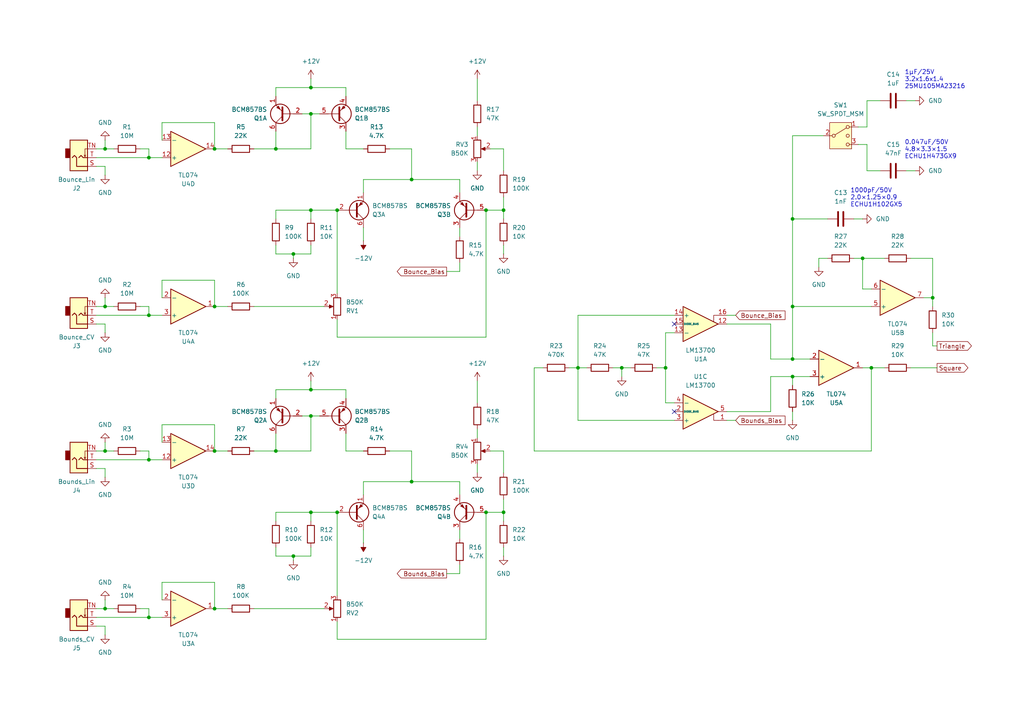
<source format=kicad_sch>
(kicad_sch (version 20250114) (generator "eeschema") (generator_version "9.0")
  (paper "A4")
  (lib_symbols
    (symbol "Amplifier_Operational:LM13700" (pin_names (offset 0.127))
      (property "Reference" "U" (at 3.81 5.08 0))
      (property "Value" "LM13700" (at 5.08 -5.08 0))
      (symbol "LM13700_1_1"
        (polyline (pts (xy 3.81 -0.635) (xy 3.81 -2.54) (xy 5.08 -2.54)))
        (polyline (pts (xy 5.08 0) (xy -5.08 -5.08) (xy -5.08 5.08) (xy 5.08 0)) (stroke (width 0.254)) (fill (type background)))
        (pin input line (at -7.62 2.54 0) (length 2.54) (name "-") (number "13"))
        (pin input line (at -7.62 0 0) (length 2.54) (name "DIODE_BIAS") (number "15"))
        (pin input line (at -7.62 -2.54 0) (length 2.54) (name "+") (number "14"))
        (pin output line (at 7.62 0 180) (length 2.54) (name "~") (number "12"))
        (pin input line (at 7.62 -2.54 180) (length 2.54) (name "~") (number "16"))
      )
      (symbol "LM13700_2_0"
        (polyline (pts (xy -1.905 2.54) (xy -3.175 2.54)))
      )
      (symbol "LM13700_2_1"
        (polyline (pts (xy -3.81 1.27) (xy -3.81 -1.27)))
        (polyline (pts (xy -3.81 0.635) (xy -2.54 1.27) (xy -2.54 1.905) (xy -2.54 2.54)))
        (polyline (pts (xy -3.81 -0.635) (xy -2.54 -1.27)))
        (circle (center -2.54 1.905) (radius 0.254) (stroke (width 0.254)) (fill (type outline)))
        (polyline (pts (xy -2.54 0) (xy -2.54 -2.54)))
        (polyline (pts (xy -2.54 -0.635) (xy -1.27 0) (xy -1.27 1.905) (xy -2.54 1.905)))
        (polyline (pts (xy -2.54 -1.27) (xy -3.175 -0.635) (xy -3.175 -1.27) (xy -2.54 -1.27)) (fill (type outline)))
        (polyline (pts (xy -2.54 -1.905) (xy -1.27 -2.54)))
        (polyline (pts (xy -1.27 -2.54) (xy -1.905 -1.905) (xy -1.905 -2.54) (xy -1.27 -2.54)) (fill (type outline)))
        (text "V+" (at -2.54 3.81 0) (effects (font (size 1.27 1.27))))
        (pin input line (at -7.62 0 0) (length 3.81) (name "~") (number "10"))
        (pin output line (at 2.54 -2.54 180) (length 3.81) (name "~") (number "9"))
      )
      (symbol "LM13700_3_1"
        (polyline (pts (xy 3.81 -0.635) (xy 3.81 -2.54) (xy 5.08 -2.54)))
        (polyline (pts (xy 5.08 0) (xy -5.08 -5.08) (xy -5.08 5.08) (xy 5.08 0)) (stroke (width 0.254)) (fill (type background)))
        (pin input line (at -7.62 2.54 0) (length 2.54) (name "-") (number "4"))
        (pin input line (at -7.62 0 0) (length 2.54) (name "DIODE_BIAS") (number "2"))
        (pin input line (at -7.62 -2.54 0) (length 2.54) (name "+") (number "3"))
        (pin output line (at 7.62 0 180) (length 2.54) (name "~") (number "5"))
        (pin input line (at 7.62 -2.54 180) (length 2.54) (name "~") (number "1"))
      )
      (symbol "LM13700_4_0"
        (polyline (pts (xy -3.175 2.54) (xy -1.905 2.54)))
        (text "V+" (at -2.54 3.81 0) (effects (font (size 1.27 1.27))))
      )
      (symbol "LM13700_4_1"
        (polyline (pts (xy -3.81 1.27) (xy -3.81 -1.27)))
        (polyline (pts (xy -3.81 0.635) (xy -2.54 1.27) (xy -2.54 2.54)))
        (polyline (pts (xy -3.81 -0.635) (xy -2.54 -1.27)))
        (circle (center -2.54 1.905) (radius 0.254) (stroke (width 0.254)) (fill (type outline)))
        (polyline (pts (xy -2.54 0) (xy -2.54 -2.54)))
        (polyline (pts (xy -2.54 -0.635) (xy -1.27 0) (xy -1.27 1.905) (xy -2.54 1.905)))
        (polyline (pts (xy -2.54 -1.27) (xy -3.175 -0.635) (xy -3.175 -1.27) (xy -2.54 -1.27)) (fill (type outline)))
        (polyline (pts (xy -2.54 -1.905) (xy -1.27 -2.54)))
        (polyline (pts (xy -1.27 -2.54) (xy -1.905 -1.905) (xy -1.905 -2.54) (xy -1.27 -2.54)) (fill (type outline)))
        (pin input line (at -7.62 0 0) (length 3.81) (name "~") (number "7"))
        (pin output line (at 2.54 -2.54 180) (length 3.81) (name "~") (number "8"))
      )
      (symbol "LM13700_5_1"
        (pin power_in line (at -2.54 7.62 270) (length 3.81) (name "V+") (number "11"))
        (pin power_in line (at -2.54 -7.62 90) (length 3.81) (name "V-") (number "6"))
      )
    )
    (symbol "Amplifier_Operational:TL074" (pin_names (offset 0.127))
      (property "Reference" "U" (at 0 5.08 0))
      (property "Value" "TL074" (at 0 -5.08 0))
      (symbol "TL074_1_1"
        (polyline (pts (xy -5.08 5.08) (xy 5.08 0) (xy -5.08 -5.08) (xy -5.08 5.08)) (stroke (width 0.254)) (fill (type background)))
        (pin input line (at -7.62 2.54 0) (length 2.54) (name "+") (number "3"))
        (pin input line (at -7.62 -2.54 0) (length 2.54) (name "-") (number "2"))
        (pin output line (at 7.62 0 180) (length 2.54) (name "~") (number "1"))
      )
      (symbol "TL074_2_1"
        (polyline (pts (xy -5.08 5.08) (xy 5.08 0) (xy -5.08 -5.08) (xy -5.08 5.08)) (stroke (width 0.254)) (fill (type background)))
        (pin input line (at -7.62 2.54 0) (length 2.54) (name "+") (number "5"))
        (pin input line (at -7.62 -2.54 0) (length 2.54) (name "-") (number "6"))
        (pin output line (at 7.62 0 180) (length 2.54) (name "~") (number "7"))
      )
      (symbol "TL074_3_1"
        (polyline (pts (xy -5.08 5.08) (xy 5.08 0) (xy -5.08 -5.08) (xy -5.08 5.08)) (stroke (width 0.254)) (fill (type background)))
        (pin input line (at -7.62 2.54 0) (length 2.54) (name "+") (number "10"))
        (pin input line (at -7.62 -2.54 0) (length 2.54) (name "-") (number "9"))
        (pin output line (at 7.62 0 180) (length 2.54) (name "~") (number "8"))
      )
      (symbol "TL074_4_1"
        (polyline (pts (xy -5.08 5.08) (xy 5.08 0) (xy -5.08 -5.08) (xy -5.08 5.08)) (stroke (width 0.254)) (fill (type background)))
        (pin input line (at -7.62 2.54 0) (length 2.54) (name "+") (number "12"))
        (pin input line (at -7.62 -2.54 0) (length 2.54) (name "-") (number "13"))
        (pin output line (at 7.62 0 180) (length 2.54) (name "~") (number "14"))
      )
      (symbol "TL074_5_1"
        (pin power_in line (at -2.54 7.62 270) (length 3.81) (name "V+") (number "4"))
        (pin power_in line (at -2.54 -7.62 90) (length 3.81) (name "V-") (number "11"))
      )
    )
    (symbol "BC857BS_1" (pin_names (offset 0) (hide yes))
      (property "Reference" "Q" (at 5.08 1.27 0))
      (property "Value" "BC857BS" (at 5.08 -1.27 0))
      (symbol "BC857BS_1_0_1"
        (polyline (pts (xy 0.635 1.905) (xy 0.635 -1.905)) (stroke (width 0.508)))
        (polyline (pts (xy 0.635 0.635) (xy 2.54 2.54)))
        (polyline (pts (xy 0.635 0) (xy -2.54 0)))
        (polyline (pts (xy 0.635 -0.635) (xy 2.54 -2.54)))
        (circle (center 1.27 0) (radius 2.8194) (stroke (width 0.254)))
        (polyline (pts (xy 2.286 -1.778) (xy 1.778 -2.286) (xy 1.27 -1.27) (xy 2.286 -1.778)) (fill (type outline)))
      )
      (symbol "BC857BS_1_1_1"
        (pin input line (at -5.08 0 0) (length 2.54) (name "B1") (number "2"))
        (pin passive line (at 2.54 5.08 270) (length 2.54) (name "C1") (number "6"))
        (pin passive line (at 2.54 -5.08 90) (length 2.54) (name "E1") (number "1"))
      )
      (symbol "BC857BS_1_2_1"
        (pin input line (at -5.08 0 0) (length 2.54) (name "B2") (number "5"))
        (pin passive line (at 2.54 5.08 270) (length 2.54) (name "C2") (number "3"))
        (pin passive line (at 2.54 -5.08 90) (length 2.54) (name "E2") (number "4"))
      )
    )
    (symbol "Connector_Audio:AudioJack2_SwitchT"
      (property "Reference" "J" (at 0 8.89 0))
      (property "Value" "AudioJack2_SwitchT" (at 0 6.35 0))
      (symbol "AudioJack2_SwitchT_0_1"
        (rectangle (start -2.54 0) (end -3.81 -2.54) (stroke (width 0.254)) (fill (type outline)))
        (polyline (pts (xy 0 0) (xy 0.635 -0.635) (xy 1.27 0) (xy 2.54 0)) (stroke (width 0.254)))
        (polyline (pts (xy 1.778 -0.254) (xy 2.032 -0.762)))
        (rectangle (start 2.54 3.81) (end -2.54 -5.08) (stroke (width 0.254)) (fill (type background)))
        (polyline (pts (xy 2.54 2.54) (xy -0.635 2.54) (xy -0.635 0) (xy -1.27 -0.635) (xy -1.905 0)) (stroke (width 0.254)))
        (polyline (pts (xy 2.54 -2.54) (xy 1.778 -2.54) (xy 1.778 -0.254) (xy 1.524 -0.762)))
      )
      (symbol "AudioJack2_SwitchT_1_1"
        (pin passive line (at 5.08 2.54 180) (length 2.54) (name "~") (number "S"))
        (pin passive line (at 5.08 0 180) (length 2.54) (name "~") (number "T"))
        (pin passive line (at 5.08 -2.54 180) (length 2.54) (name "~") (number "TN"))
      )
    )
    (symbol "Device:C" (pin_numbers (hide yes)) (pin_names (offset 0.254))
      (property "Reference" "C" (at 0.635 2.54 0))
      (property "Value" "C" (at 0.635 -2.54 0))
      (symbol "C_0_1"
        (polyline (pts (xy -2.032 0.762) (xy 2.032 0.762)) (stroke (width 0.508)))
        (polyline (pts (xy -2.032 -0.762) (xy 2.032 -0.762)) (stroke (width 0.508)))
      )
      (symbol "C_1_1"
        (pin passive line (at 0 3.81 270) (length 2.794) (name "~") (number "1"))
        (pin passive line (at 0 -3.81 90) (length 2.794) (name "~") (number "2"))
      )
    )
    (symbol "Device:R" (pin_numbers (hide yes)) (pin_names (offset 0))
      (property "Reference" "R" (at 2.032 0 90))
      (property "Value" "R" (at 0 0 90))
      (symbol "R_0_1"
        (rectangle (start -1.016 -2.54) (end 1.016 2.54) (stroke (width 0.254)))
      )
      (symbol "R_1_1"
        (pin passive line (at 0 3.81 270) (length 1.27) (name "~") (number "1"))
        (pin passive line (at 0 -3.81 90) (length 1.27) (name "~") (number "2"))
      )
    )
    (symbol "Device:R_Potentiometer" (pin_names (offset 1.016) (hide yes))
      (property "Reference" "RV" (at -4.445 0 90))
      (property "Value" "R_Potentiometer" (at -2.54 0 90))
      (symbol "R_Potentiometer_0_1"
        (rectangle (start 1.016 2.54) (end -1.016 -2.54) (stroke (width 0.254)))
        (polyline (pts (xy 1.143 0) (xy 2.286 0.508) (xy 2.286 -0.508) (xy 1.143 0)) (fill (type outline)))
        (polyline (pts (xy 2.54 0) (xy 1.524 0)))
      )
      (symbol "R_Potentiometer_1_1"
        (pin passive line (at 0 3.81 270) (length 1.27) (name "1") (number "1"))
        (pin passive line (at 0 -3.81 90) (length 1.27) (name "3") (number "3"))
        (pin passive line (at 3.81 0 180) (length 1.27) (name "2") (number "2"))
      )
    )
    (symbol "Switch:SW_SPDT_MSM" (pin_names (offset 0) (hide yes))
      (property "Reference" "SW" (at 0 5.08 0))
      (property "Value" "SW_SPDT_MSM" (at 0 -5.08 0))
      (symbol "SW_SPDT_MSM_0_1"
        (circle (center -2.032 0) (radius 0.4572))
        (polyline (pts (xy -1.651 0.254) (xy 1.651 2.286)))
        (circle (center 2.032 2.54) (radius 0.4572))
        (circle (center 2.032 0) (radius 0.4572))
        (circle (center 2.032 -2.54) (radius 0.4572))
      )
      (symbol "SW_SPDT_MSM_1_1"
        (rectangle (start -3.175 3.81) (end 3.175 -3.81) (fill (type background)))
        (pin passive line (at -5.08 0 0) (length 2.54) (name "3") (number "2"))
        (pin passive line (at 5.08 2.54 180) (length 2.54) (name "1") (number "1"))
        (pin passive line (at 5.08 -2.54 180) (length 2.54) (name "4") (number "3"))
      )
    )
    (symbol "power:+12V" (power) (pin_numbers (hide yes)) (pin_names (offset 0) (hide yes))
      (property "Value" "+12V" (at 0 3.556 0))
      (symbol "+12V_0_1"
        (polyline (pts (xy -0.762 1.27) (xy 0 2.54)))
        (polyline (pts (xy 0 2.54) (xy 0.762 1.27)))
        (polyline (pts (xy 0 0) (xy 0 2.54)))
      )
      (symbol "+12V_1_1"
        (pin power_in line (at 0 0 90) (length 0) (name "~") (number "1"))
      )
    )
    (symbol "power:-12V" (power) (pin_numbers (hide yes)) (pin_names (offset 0) (hide yes))
      (property "Value" "-12V" (at 0 3.556 0))
      (symbol "-12V_0_0"
        (pin power_in line (at 0 0 90) (length 0) (name "~") (number "1"))
      )
      (symbol "-12V_0_1"
        (polyline (pts (xy 0 0) (xy 0 1.27) (xy 0.762 1.27) (xy 0 2.54) (xy -0.762 1.27) (xy 0 1.27)) (fill (type outline)))
      )
    )
    (symbol "power:GND" (power) (pin_numbers (hide yes)) (pin_names (offset 0) (hide yes))
      (property "Value" "GND" (at 0 -3.81 0))
      (symbol "GND_0_1"
        (polyline (pts (xy 0 0) (xy 0 -1.27) (xy 1.27 -1.27) (xy 0 -2.54) (xy -1.27 -1.27) (xy 0 -1.27)))
      )
      (symbol "GND_1_1"
        (pin power_in line (at 0 0 270) (length 0) (name "~") (number "1"))
      )
    )
  )
  (text "0.047uF/50V \n4.8×3.3×1.5 \nECHU1H473GX9" (at 262.382 43.434 0) (effects (font (size 1.27 1.27)) (justify left)))
  (text "1μF/25V\n3.2x1.6x1.4\n25MU105MA23216" (at 262.382 23.114 0) (effects (font (size 1.27 1.27)) (justify left)))
  (text "1000pF/50V \n2.0×1.25×0.9\nECHU1H102GX5" (at 246.634 57.404 0) (effects (font (size 1.27 1.27)) (justify left)))
  (junction (at 167.64 106.68))
  (junction (at 229.87 104.14))
  (junction (at 90.17 113.03))
  (junction (at 270.51 86.36))
  (junction (at 180.34 106.68))
  (junction (at 229.87 63.5))
  (junction (at 62.23 43.18))
  (junction (at 85.09 161.29))
  (junction (at 62.23 130.81))
  (junction (at 119.38 139.7))
  (junction (at 229.87 88.9))
  (junction (at 43.18 45.72))
  (junction (at 30.48 130.81))
  (junction (at 43.18 179.07))
  (junction (at 146.05 60.96))
  (junction (at 97.79 60.96))
  (junction (at 43.18 91.44))
  (junction (at 229.87 109.22))
  (junction (at 90.17 25.4))
  (junction (at 62.23 88.9))
  (junction (at 80.01 130.81))
  (junction (at 80.01 43.18))
  (junction (at 85.09 73.66))
  (junction (at 252.73 106.68))
  (junction (at 90.17 148.59))
  (junction (at 62.23 176.53))
  (junction (at 193.04 106.68))
  (junction (at 30.48 43.18))
  (junction (at 250.19 74.93))
  (junction (at 90.17 33.02))
  (junction (at 90.17 120.65))
  (junction (at 140.97 148.59))
  (junction (at 30.48 88.9))
  (junction (at 146.05 148.59))
  (junction (at 140.97 60.96))
  (junction (at 30.48 176.53))
  (junction (at 97.79 148.59))
  (junction (at 43.18 133.35))
  (junction (at 90.17 60.96))
  (junction (at 119.38 52.07))
  (no_connect (at 195.58 93.98))
  (no_connect (at 195.58 119.38))
  (wire (pts (xy 87.63 120.65) (xy 90.17 120.65)))
  (wire (pts (xy 43.18 179.07) (xy 46.99 179.07)))
  (wire (pts (xy 146.05 71.12) (xy 146.05 73.66)))
  (wire (pts (xy 252.73 130.81) (xy 252.73 106.68)))
  (wire (pts (xy 240.03 74.93) (xy 237.49 74.93)))
  (wire (pts (xy 90.17 60.96) (xy 97.79 60.96)))
  (wire (pts (xy 264.16 106.68) (xy 271.78 106.68)))
  (wire (pts (xy 229.87 119.38) (xy 229.87 121.92)))
  (wire (pts (xy 90.17 22.86) (xy 90.17 25.4)))
  (wire (pts (xy 105.41 143.51) (xy 105.41 139.7)))
  (wire (pts (xy 252.73 88.9) (xy 229.87 88.9)))
  (wire (pts (xy 46.99 168.91) (xy 62.23 168.91)))
  (wire (pts (xy 43.18 133.35) (xy 46.99 133.35)))
  (wire (pts (xy 255.27 29.21) (xy 251.46 29.21)))
  (wire (pts (xy 142.24 43.18) (xy 146.05 43.18)))
  (wire (pts (xy 43.18 176.53) (xy 40.64 176.53)))
  (wire (pts (xy 27.94 135.89) (xy 30.48 135.89)))
  (wire (pts (xy 90.17 120.65) (xy 92.71 120.65)))
  (wire (pts (xy 256.54 74.93) (xy 250.19 74.93)))
  (wire (pts (xy 30.48 93.98) (xy 30.48 96.52)))
  (wire (pts (xy 223.52 104.14) (xy 229.87 104.14)))
  (wire (pts (xy 100.33 113.03) (xy 100.33 115.57)))
  (wire (pts (xy 27.94 130.81) (xy 30.48 130.81)))
  (wire (pts (xy 43.18 130.81) (xy 40.64 130.81)))
  (wire (pts (xy 30.48 181.61) (xy 30.48 184.15)))
  (wire (pts (xy 146.05 63.5) (xy 146.05 60.96)))
  (wire (pts (xy 146.05 148.59) (xy 140.97 148.59)))
  (wire (pts (xy 43.18 88.9) (xy 40.64 88.9)))
  (wire (pts (xy 90.17 158.75) (xy 90.17 161.29)))
  (wire (pts (xy 100.33 125.73) (xy 100.33 130.81)))
  (wire (pts (xy 46.99 86.36) (xy 46.99 81.28)))
  (wire (pts (xy 90.17 43.18) (xy 90.17 33.02)))
  (wire (pts (xy 270.51 86.36) (xy 267.97 86.36)))
  (wire (pts (xy 154.94 130.81) (xy 252.73 130.81)))
  (wire (pts (xy 27.94 88.9) (xy 30.48 88.9)))
  (wire (pts (xy 97.79 60.96) (xy 97.79 85.09)))
  (wire (pts (xy 30.48 40.64) (xy 30.48 43.18)))
  (wire (pts (xy 27.94 181.61) (xy 30.48 181.61)))
  (wire (pts (xy 62.23 35.56) (xy 62.23 43.18)))
  (wire (pts (xy 80.01 113.03) (xy 90.17 113.03)))
  (wire (pts (xy 138.43 46.99) (xy 138.43 49.53)))
  (wire (pts (xy 85.09 162.56) (xy 85.09 161.29)))
  (wire (pts (xy 119.38 139.7) (xy 133.35 139.7)))
  (wire (pts (xy 27.94 43.18) (xy 30.48 43.18)))
  (wire (pts (xy 180.34 106.68) (xy 182.88 106.68)))
  (wire (pts (xy 146.05 60.96) (xy 140.97 60.96)))
  (wire (pts (xy 43.18 91.44) (xy 43.18 88.9)))
  (wire (pts (xy 195.58 91.44) (xy 167.64 91.44)))
  (wire (pts (xy 264.16 74.93) (xy 270.51 74.93)))
  (wire (pts (xy 46.99 35.56) (xy 62.23 35.56)))
  (wire (pts (xy 90.17 148.59) (xy 97.79 148.59)))
  (wire (pts (xy 90.17 151.13) (xy 90.17 148.59)))
  (wire (pts (xy 62.23 43.18) (xy 66.04 43.18)))
  (wire (pts (xy 140.97 60.96) (xy 140.97 97.79)))
  (wire (pts (xy 195.58 121.92) (xy 167.64 121.92)))
  (wire (pts (xy 80.01 148.59) (xy 90.17 148.59)))
  (wire (pts (xy 193.04 106.68) (xy 193.04 116.84)))
  (wire (pts (xy 223.52 93.98) (xy 223.52 104.14)))
  (wire (pts (xy 119.38 52.07) (xy 133.35 52.07)))
  (wire (pts (xy 229.87 63.5) (xy 229.87 88.9)))
  (wire (pts (xy 177.8 106.68) (xy 180.34 106.68)))
  (wire (pts (xy 210.82 91.44) (xy 213.36 91.44)))
  (wire (pts (xy 90.17 33.02) (xy 92.71 33.02)))
  (wire (pts (xy 262.89 49.53) (xy 265.43 49.53)))
  (wire (pts (xy 80.01 25.4) (xy 90.17 25.4)))
  (wire (pts (xy 62.23 176.53) (xy 66.04 176.53)))
  (wire (pts (xy 30.48 86.36) (xy 30.48 88.9)))
  (wire (pts (xy 133.35 78.74) (xy 133.35 76.2)))
  (wire (pts (xy 80.01 38.1) (xy 80.01 43.18)))
  (wire (pts (xy 30.48 128.27) (xy 30.48 130.81)))
  (wire (pts (xy 193.04 96.52) (xy 193.04 106.68)))
  (wire (pts (xy 90.17 113.03) (xy 100.33 113.03)))
  (wire (pts (xy 80.01 43.18) (xy 90.17 43.18)))
  (wire (pts (xy 27.94 93.98) (xy 30.48 93.98)))
  (wire (pts (xy 210.82 93.98) (xy 223.52 93.98)))
  (wire (pts (xy 133.35 153.67) (xy 133.35 156.21)))
  (wire (pts (xy 229.87 109.22) (xy 229.87 111.76)))
  (wire (pts (xy 100.33 25.4) (xy 100.33 27.94)))
  (wire (pts (xy 27.94 45.72) (xy 43.18 45.72)))
  (wire (pts (xy 105.41 55.88) (xy 105.41 52.07)))
  (wire (pts (xy 119.38 43.18) (xy 119.38 52.07)))
  (wire (pts (xy 105.41 66.04) (xy 105.41 69.85)))
  (wire (pts (xy 100.33 43.18) (xy 105.41 43.18)))
  (wire (pts (xy 46.99 173.99) (xy 46.99 168.91)))
  (wire (pts (xy 251.46 49.53) (xy 251.46 41.91)))
  (wire (pts (xy 133.35 139.7) (xy 133.35 143.51)))
  (wire (pts (xy 113.03 130.81) (xy 119.38 130.81)))
  (wire (pts (xy 80.01 115.57) (xy 80.01 113.03)))
  (wire (pts (xy 251.46 41.91) (xy 248.92 41.91)))
  (wire (pts (xy 46.99 128.27) (xy 46.99 123.19)))
  (wire (pts (xy 100.33 38.1) (xy 100.33 43.18)))
  (wire (pts (xy 62.23 130.81) (xy 66.04 130.81)))
  (wire (pts (xy 27.94 91.44) (xy 43.18 91.44)))
  (wire (pts (xy 97.79 180.34) (xy 97.79 185.42)))
  (wire (pts (xy 247.65 74.93) (xy 250.19 74.93)))
  (wire (pts (xy 146.05 158.75) (xy 146.05 161.29)))
  (wire (pts (xy 30.48 176.53) (xy 33.02 176.53)))
  (wire (pts (xy 250.19 83.82) (xy 252.73 83.82)))
  (wire (pts (xy 229.87 104.14) (xy 234.95 104.14)))
  (wire (pts (xy 270.51 86.36) (xy 270.51 88.9)))
  (wire (pts (xy 73.66 88.9) (xy 93.98 88.9)))
  (wire (pts (xy 80.01 63.5) (xy 80.01 60.96)))
  (wire (pts (xy 251.46 36.83) (xy 248.92 36.83)))
  (wire (pts (xy 62.23 81.28) (xy 62.23 88.9)))
  (wire (pts (xy 80.01 161.29) (xy 85.09 161.29)))
  (wire (pts (xy 90.17 161.29) (xy 85.09 161.29)))
  (wire (pts (xy 80.01 125.73) (xy 80.01 130.81)))
  (wire (pts (xy 250.19 106.68) (xy 252.73 106.68)))
  (wire (pts (xy 138.43 36.83) (xy 138.43 39.37)))
  (wire (pts (xy 27.94 176.53) (xy 30.48 176.53)))
  (wire (pts (xy 43.18 45.72) (xy 46.99 45.72)))
  (wire (pts (xy 240.03 63.5) (xy 229.87 63.5)))
  (wire (pts (xy 73.66 176.53) (xy 93.98 176.53)))
  (wire (pts (xy 105.41 139.7) (xy 119.38 139.7)))
  (wire (pts (xy 30.48 88.9) (xy 33.02 88.9)))
  (wire (pts (xy 133.35 52.07) (xy 133.35 55.88)))
  (wire (pts (xy 90.17 25.4) (xy 100.33 25.4)))
  (wire (pts (xy 247.65 63.5) (xy 250.19 63.5)))
  (wire (pts (xy 193.04 116.84) (xy 195.58 116.84)))
  (wire (pts (xy 255.27 49.53) (xy 251.46 49.53)))
  (wire (pts (xy 105.41 153.67) (xy 105.41 157.48)))
  (wire (pts (xy 167.64 121.92) (xy 167.64 106.68)))
  (wire (pts (xy 146.05 130.81) (xy 146.05 137.16)))
  (wire (pts (xy 80.01 130.81) (xy 90.17 130.81)))
  (wire (pts (xy 43.18 133.35) (xy 43.18 130.81)))
  (wire (pts (xy 43.18 45.72) (xy 43.18 43.18)))
  (wire (pts (xy 90.17 71.12) (xy 90.17 73.66)))
  (wire (pts (xy 167.64 106.68) (xy 170.18 106.68)))
  (wire (pts (xy 223.52 109.22) (xy 229.87 109.22)))
  (wire (pts (xy 229.87 39.37) (xy 229.87 63.5)))
  (wire (pts (xy 129.54 166.37) (xy 133.35 166.37)))
  (wire (pts (xy 138.43 134.62) (xy 138.43 137.16)))
  (wire (pts (xy 62.23 168.91) (xy 62.23 176.53)))
  (wire (pts (xy 140.97 148.59) (xy 140.97 185.42)))
  (wire (pts (xy 43.18 91.44) (xy 46.99 91.44)))
  (wire (pts (xy 46.99 81.28) (xy 62.23 81.28)))
  (wire (pts (xy 62.23 123.19) (xy 62.23 130.81)))
  (wire (pts (xy 167.64 91.44) (xy 167.64 106.68)))
  (wire (pts (xy 210.82 119.38) (xy 223.52 119.38)))
  (wire (pts (xy 62.23 88.9) (xy 66.04 88.9)))
  (wire (pts (xy 80.01 60.96) (xy 90.17 60.96)))
  (wire (pts (xy 270.51 74.93) (xy 270.51 86.36)))
  (wire (pts (xy 73.66 130.81) (xy 80.01 130.81)))
  (wire (pts (xy 154.94 106.68) (xy 154.94 130.81)))
  (wire (pts (xy 105.41 52.07) (xy 119.38 52.07)))
  (wire (pts (xy 85.09 74.93) (xy 85.09 73.66)))
  (wire (pts (xy 90.17 110.49) (xy 90.17 113.03)))
  (wire (pts (xy 138.43 124.46) (xy 138.43 127)))
  (wire (pts (xy 80.01 27.94) (xy 80.01 25.4)))
  (wire (pts (xy 90.17 63.5) (xy 90.17 60.96)))
  (wire (pts (xy 229.87 88.9) (xy 229.87 104.14)))
  (wire (pts (xy 97.79 97.79) (xy 140.97 97.79)))
  (wire (pts (xy 190.5 106.68) (xy 193.04 106.68)))
  (wire (pts (xy 271.78 100.33) (xy 270.51 100.33)))
  (wire (pts (xy 229.87 109.22) (xy 234.95 109.22)))
  (wire (pts (xy 146.05 151.13) (xy 146.05 148.59)))
  (wire (pts (xy 146.05 144.78) (xy 146.05 148.59)))
  (wire (pts (xy 133.35 66.04) (xy 133.35 68.58)))
  (wire (pts (xy 113.03 43.18) (xy 119.38 43.18)))
  (wire (pts (xy 43.18 179.07) (xy 43.18 176.53)))
  (wire (pts (xy 43.18 43.18) (xy 40.64 43.18)))
  (wire (pts (xy 80.01 158.75) (xy 80.01 161.29)))
  (wire (pts (xy 46.99 123.19) (xy 62.23 123.19)))
  (wire (pts (xy 237.49 74.93) (xy 237.49 77.47)))
  (wire (pts (xy 250.19 74.93) (xy 250.19 83.82)))
  (wire (pts (xy 138.43 110.49) (xy 138.43 116.84)))
  (wire (pts (xy 262.89 29.21) (xy 265.43 29.21)))
  (wire (pts (xy 90.17 73.66) (xy 85.09 73.66)))
  (wire (pts (xy 27.94 133.35) (xy 43.18 133.35)))
  (wire (pts (xy 251.46 36.83) (xy 251.46 29.21)))
  (wire (pts (xy 80.01 73.66) (xy 85.09 73.66)))
  (wire (pts (xy 195.58 96.52) (xy 193.04 96.52)))
  (wire (pts (xy 142.24 130.81) (xy 146.05 130.81)))
  (wire (pts (xy 30.48 135.89) (xy 30.48 138.43)))
  (wire (pts (xy 129.54 78.74) (xy 133.35 78.74)))
  (wire (pts (xy 133.35 166.37) (xy 133.35 163.83)))
  (wire (pts (xy 100.33 130.81) (xy 105.41 130.81)))
  (wire (pts (xy 146.05 43.18) (xy 146.05 49.53)))
  (wire (pts (xy 180.34 106.68) (xy 180.34 109.22)))
  (wire (pts (xy 210.82 121.92) (xy 213.36 121.92)))
  (wire (pts (xy 157.48 106.68) (xy 154.94 106.68)))
  (wire (pts (xy 238.76 39.37) (xy 229.87 39.37)))
  (wire (pts (xy 30.48 43.18) (xy 33.02 43.18)))
  (wire (pts (xy 97.79 148.59) (xy 97.79 172.72)))
  (wire (pts (xy 30.48 130.81) (xy 33.02 130.81)))
  (wire (pts (xy 146.05 57.15) (xy 146.05 60.96)))
  (wire (pts (xy 270.51 100.33) (xy 270.51 96.52)))
  (wire (pts (xy 90.17 130.81) (xy 90.17 120.65)))
  (wire (pts (xy 252.73 106.68) (xy 256.54 106.68)))
  (wire (pts (xy 80.01 151.13) (xy 80.01 148.59)))
  (wire (pts (xy 30.48 48.26) (xy 30.48 50.8)))
  (wire (pts (xy 97.79 92.71) (xy 97.79 97.79)))
  (wire (pts (xy 165.1 106.68) (xy 167.64 106.68)))
  (wire (pts (xy 46.99 40.64) (xy 46.99 35.56)))
  (wire (pts (xy 80.01 71.12) (xy 80.01 73.66)))
  (wire (pts (xy 119.38 130.81) (xy 119.38 139.7)))
  (wire (pts (xy 223.52 119.38) (xy 223.52 109.22)))
  (wire (pts (xy 73.66 43.18) (xy 80.01 43.18)))
  (wire (pts (xy 27.94 179.07) (xy 43.18 179.07)))
  (wire (pts (xy 30.48 173.99) (xy 30.48 176.53)))
  (wire (pts (xy 27.94 48.26) (xy 30.48 48.26)))
  (wire (pts (xy 138.43 22.86) (xy 138.43 29.21)))
  (wire (pts (xy 87.63 33.02) (xy 90.17 33.02)))
  (wire (pts (xy 97.79 185.42) (xy 140.97 185.42)))
  (global_label "Bounds_Bias" (shape output) (at 129.54 166.37 180) (property "Intersheetrefs" "${INTERSHEET_REFS}" (effects (hide yes))))
  (global_label "Square" (shape output) (at 271.78 106.68 0) (property "Intersheetrefs" "${INTERSHEET_REFS}" (effects (hide yes))))
  (global_label "Bounce_Bias" (shape input) (at 213.36 91.44 0) (property "Intersheetrefs" "${INTERSHEET_REFS}" (effects (hide yes))))
  (global_label "Bounce_Bias" (shape output) (at 129.54 78.74 180) (property "Intersheetrefs" "${INTERSHEET_REFS}" (effects (hide yes))))
  (global_label "Bounds_Bias" (shape input) (at 213.36 121.92 0) (property "Intersheetrefs" "${INTERSHEET_REFS}" (effects (hide yes))))
  (global_label "Triangle" (shape output) (at 271.78 100.33 0) (property "Intersheetrefs" "${INTERSHEET_REFS}" (effects (hide yes))))
  (symbol (lib_id "Amplifier_Operational:TL074") (at 242.57 106.68 0) (mirror x) (unit 1)
    (property "Reference" "U5" (at 242.57 116.84 0))
    (property "Value" "TL074" (at 242.57 114.3 0))
    (property "Footprint" "Package_SO:SOIC-14_3.9x8.7mm_P1.27mm" (effects (hide yes)))
    (property "Datasheet" "http://www.ti.com/lit/ds/symlink/tl071.pdf" (effects (hide yes)))
    (property "Description" "Quad Low-Noise JFET-Input Operational Amplifiers, DIP-14/SOIC-14" (effects (hide yes)))
    (property "LCSC" "C12594" (effects (hide yes)))
  )
  (symbol (lib_id "power:GND") (at 146.05 73.66 0) (unit 1)
    (property "Reference" "#PWR031" (effects (hide yes)))
    (property "Value" "GND" (at 146.05 78.74 0))
    (property "Description" "Power symbol creates a global label with name \"GND\" , ground" (effects (hide yes)))
  )
  (symbol (lib_id "power:GND") (at 250.19 63.5 90) (unit 1)
    (property "Reference" "#PWR036" (effects (hide yes)))
    (property "Value" "GND" (at 254 63.4999 90) (effects (justify right)))
    (property "Description" "Power symbol creates a global label with name \"GND\" , ground" (effects (hide yes)))
  )
  (symbol (lib_id "Device:R") (at 161.29 106.68 90) (unit 1)
    (property "Reference" "R23" (at 161.29 100.33 90))
    (property "Value" "470K" (at 161.29 102.87 90))
    (property "Footprint" "Resistor_SMD:R_0402_1005Metric" (effects (hide yes)))
    (property "Description" "Resistor" (effects (hide yes)))
    (property "LCSC" "C25790" (effects (hide yes)))
  )
  (symbol (lib_id "Device:R") (at 109.22 130.81 90) (unit 1)
    (property "Reference" "R14" (at 109.22 124.46 90))
    (property "Value" "4.7K" (at 109.22 127 90))
    (property "Footprint" "Resistor_SMD:R_0402_1005Metric" (effects (hide yes)))
    (property "Description" "Resistor" (effects (hide yes)))
    (property "LCSC" "C25900" (effects (hide yes)))
  )
  (symbol (lib_id "power:GND") (at 30.48 40.64 0) (mirror x) (unit 1)
    (property "Reference" "#PWR013" (effects (hide yes)))
    (property "Value" "GND" (at 30.48 35.56 0))
    (property "Description" "Power symbol creates a global label with name \"GND\" , ground" (effects (hide yes)))
  )
  (symbol (lib_id "power:+12V") (at 138.43 22.86 0) (unit 1)
    (property "Reference" "#PWR027" (effects (hide yes)))
    (property "Value" "+12V" (at 138.43 17.78 0))
    (property "Description" "Power symbol creates a global label with name \"+12V\"" (effects (hide yes)))
  )
  (symbol (lib_id "Device:R") (at 229.87 115.57 0) (unit 1)
    (property "Reference" "R26" (at 232.41 114.2999 0) (effects (justify left)))
    (property "Value" "10K" (at 232.41 116.8399 0) (effects (justify left)))
    (property "Footprint" "Resistor_SMD:R_0402_1005Metric" (effects (hide yes)))
    (property "Description" "Resistor" (effects (hide yes)))
    (property "LCSC" "C25744" (effects (hide yes)))
  )
  (symbol (lib_id "Device:R") (at 138.43 120.65 0) (unit 1)
    (property "Reference" "R18" (at 140.97 119.3799 0) (effects (justify left)))
    (property "Value" "47K" (at 140.97 121.9199 0) (effects (justify left)))
    (property "Footprint" "Resistor_SMD:R_0402_1005Metric" (effects (hide yes)))
    (property "Description" "Resistor" (effects (hide yes)))
    (property "LCSC" "C25792" (effects (hide yes)))
  )
  (symbol (lib_id "Device:R") (at 243.84 74.93 90) (unit 1)
    (property "Reference" "R27" (at 243.84 68.58 90))
    (property "Value" "22K" (at 243.84 71.12 90))
    (property "Footprint" "Resistor_SMD:R_0402_1005Metric" (effects (hide yes)))
    (property "Description" "Resistor" (effects (hide yes)))
    (property "LCSC" "C25768" (effects (hide yes)))
  )
  (symbol (lib_id "Amplifier_Operational:LM13700") (at 203.2 93.98 0) (mirror x) (unit 1)
    (property "Reference" "U1" (at 203.2 104.14 0))
    (property "Value" "LM13700" (at 203.2 101.6 0))
    (property "Footprint" "Package_SO:SOIC-16_3.9x9.9mm_P1.27mm" (effects (hide yes)))
    (property "Datasheet" "http://www.ti.com/lit/ds/symlink/lm13700.pdf" (effects (hide yes)))
    (property "Description" "Dual Operational Transconductance Amplifiers with Linearizing Diodes and Buffers, DIP-16/SOIC-16" (effects (hide yes)))
    (property "LCSC" "C174050" (effects (hide yes)))
  )
  (symbol (lib_id "Device:R") (at 36.83 176.53 90) (unit 1)
    (property "Reference" "R4" (at 36.83 170.18 90))
    (property "Value" "10M" (at 36.83 172.72 90))
    (property "Footprint" "Resistor_SMD:R_0402_1005Metric" (effects (hide yes)))
    (property "Description" "Resistor" (effects (hide yes)))
    (property "LCSC" "C26082" (effects (hide yes)))
  )
  (symbol (lib_id "Device:R_Potentiometer") (at 138.43 43.18 0) (unit 1)
    (property "Reference" "RV3" (at 135.89 41.9099 0) (effects (justify right)))
    (property "Value" "B50K" (at 135.89 44.4499 0) (effects (justify right)))
    (property "Footprint" "kat_eurorack:Potentiometer_RV09" (effects (hide yes)))
    (property "Description" "Potentiometer" (effects (hide yes)))
  )
  (symbol (lib_id "Connector_Audio:AudioJack2_SwitchT") (at 22.86 179.07 0) (mirror x) (unit 1)
    (property "Reference" "J5" (at 22.225 187.96 0))
    (property "Value" "Bounds_CV" (at 22.225 185.42 0))
    (property "Footprint" "kat_eurorack:AudioJack_PJ301M-12" (effects (hide yes)))
    (property "Description" "Audio Jack, 2 Poles (Mono / TS), Switched T Pole (Normalling)" (effects (hide yes)))
  )
  (symbol (lib_name "BC857BS_1") (lib_id "Transistor_BJT:BC857BS") (at 97.79 33.02 0) (mirror x) (unit 2)
    (property "Reference" "Q1" (at 102.87 34.2901 0) (effects (justify left)))
    (property "Value" "BCM857BS" (at 102.87 31.7501 0) (effects (justify left)))
    (property "Footprint" "Package_TO_SOT_SMD:SOT-363_SC-70-6" (effects (hide yes)))
    (property "Datasheet" "https://assets.nexperia.com/documents/data-sheet/BC857BS.pdf" (effects (hide yes)))
    (property "Description" "100mA IC, 45V Vce, Dual PNP/PNP Transistors, SOT-363" (effects (hide yes)))
    (property "LCSC" "C20426291" (effects (hide yes)))
  )
  (symbol (lib_id "Amplifier_Operational:TL074") (at 54.61 88.9 0) (mirror x) (unit 1)
    (property "Reference" "U4" (at 54.61 99.06 0))
    (property "Value" "TL074" (at 54.61 96.52 0))
    (property "Footprint" "Package_SO:SOIC-14_3.9x8.7mm_P1.27mm" (effects (hide yes)))
    (property "Datasheet" "http://www.ti.com/lit/ds/symlink/tl071.pdf" (effects (hide yes)))
    (property "Description" "Quad Low-Noise JFET-Input Operational Amplifiers, DIP-14/SOIC-14" (effects (hide yes)))
    (property "LCSC" "C12594" (effects (hide yes)))
  )
  (symbol (lib_id "Amplifier_Operational:TL074") (at 260.35 86.36 0) (mirror x) (unit 2)
    (property "Reference" "U5" (at 260.35 96.52 0))
    (property "Value" "TL074" (at 260.35 93.98 0))
    (property "Footprint" "Package_SO:SOIC-14_3.9x8.7mm_P1.27mm" (effects (hide yes)))
    (property "Datasheet" "http://www.ti.com/lit/ds/symlink/tl071.pdf" (effects (hide yes)))
    (property "Description" "Quad Low-Noise JFET-Input Operational Amplifiers, DIP-14/SOIC-14" (effects (hide yes)))
    (property "LCSC" "C12594" (effects (hide yes)))
  )
  (symbol (lib_name "BC857BS_1") (lib_id "Transistor_BJT:BC857BS") (at 102.87 148.59 0) (mirror x) (unit 1)
    (property "Reference" "Q4" (at 107.95 149.8601 0) (effects (justify left)))
    (property "Value" "BCM857BS" (at 107.95 147.3201 0) (effects (justify left)))
    (property "Footprint" "Package_TO_SOT_SMD:SOT-363_SC-70-6" (effects (hide yes)))
    (property "Datasheet" "https://assets.nexperia.com/documents/data-sheet/BC857BS.pdf" (effects (hide yes)))
    (property "Description" "100mA IC, 45V Vce, Dual PNP/PNP Transistors, SOT-363" (effects (hide yes)))
    (property "LCSC" "C20426291" (effects (hide yes)))
  )
  (symbol (lib_id "Device:R") (at 146.05 67.31 0) (unit 1)
    (property "Reference" "R20" (at 148.59 66.0399 0) (effects (justify left)))
    (property "Value" "10K" (at 148.59 68.5799 0) (effects (justify left)))
    (property "Footprint" "Resistor_SMD:R_0402_1005Metric" (effects (hide yes)))
    (property "Description" "Resistor" (effects (hide yes)))
    (property "LCSC" "C25744" (effects (hide yes)))
  )
  (symbol (lib_id "Device:R") (at 260.35 106.68 90) (unit 1)
    (property "Reference" "R29" (at 260.35 100.33 90))
    (property "Value" "10K" (at 260.35 102.87 90))
    (property "Footprint" "Resistor_SMD:R_0402_1005Metric" (effects (hide yes)))
    (property "Description" "Resistor" (effects (hide yes)))
    (property "LCSC" "C25744" (effects (hide yes)))
  )
  (symbol (lib_id "power:GND") (at 85.09 162.56 0) (unit 1)
    (property "Reference" "#PWR022" (effects (hide yes)))
    (property "Value" "GND" (at 85.09 167.64 0))
    (property "Description" "Power symbol creates a global label with name \"GND\" , ground" (effects (hide yes)))
  )
  (symbol (lib_id "power:GND") (at 229.87 121.92 0) (unit 1)
    (property "Reference" "#PWR034" (effects (hide yes)))
    (property "Value" "GND" (at 229.87 127 0))
    (property "Description" "Power symbol creates a global label with name \"GND\" , ground" (effects (hide yes)))
  )
  (symbol (lib_id "Device:R") (at 80.01 154.94 0) (unit 1)
    (property "Reference" "R10" (at 82.55 153.6699 0) (effects (justify left)))
    (property "Value" "100K" (at 82.55 156.2099 0) (effects (justify left)))
    (property "Footprint" "Resistor_SMD:R_0402_1005Metric" (effects (hide yes)))
    (property "Description" "Resistor" (effects (hide yes)))
    (property "LCSC" "C25741" (effects (hide yes)))
  )
  (symbol (lib_id "power:GND") (at 265.43 49.53 90) (unit 1)
    (property "Reference" "#PWR038" (effects (hide yes)))
    (property "Value" "GND" (at 269.24 49.5299 90) (effects (justify right)))
    (property "Description" "Power symbol creates a global label with name \"GND\" , ground" (effects (hide yes)))
  )
  (symbol (lib_id "Device:R") (at 109.22 43.18 90) (unit 1)
    (property "Reference" "R13" (at 109.22 36.83 90))
    (property "Value" "4.7K" (at 109.22 39.37 90))
    (property "Footprint" "Resistor_SMD:R_0402_1005Metric" (effects (hide yes)))
    (property "Description" "Resistor" (effects (hide yes)))
    (property "LCSC" "C25900" (effects (hide yes)))
  )
  (symbol (lib_name "BC857BS_1") (lib_id "Transistor_BJT:BC857BS") (at 82.55 33.02 180) (unit 1)
    (property "Reference" "Q1" (at 77.47 34.2901 0) (effects (justify left)))
    (property "Value" "BCM857BS" (at 77.47 31.7501 0) (effects (justify left)))
    (property "Footprint" "Package_TO_SOT_SMD:SOT-363_SC-70-6" (effects (hide yes)))
    (property "Datasheet" "https://assets.nexperia.com/documents/data-sheet/BC857BS.pdf" (effects (hide yes)))
    (property "Description" "100mA IC, 45V Vce, Dual PNP/PNP Transistors, SOT-363" (effects (hide yes)))
    (property "LCSC" "C20426291" (effects (hide yes)))
  )
  (symbol (lib_id "Switch:SW_SPDT_MSM") (at 243.84 39.37 0) (unit 1)
    (property "Reference" "SW1" (at 243.84 30.48 0))
    (property "Value" "SW_SPDT_MSM" (at 243.84 33.02 0))
    (property "Footprint" "kat_eurorack:ToggleSwitch_2MS1-T2-B4-M2-Q-E-S" (effects (hide yes)))
    (property "Description" "Switch, single pole double throw, center OFF position" (effects (hide yes)))
  )
  (symbol (lib_id "Device:R") (at 133.35 72.39 0) (unit 1)
    (property "Reference" "R15" (at 135.89 71.1199 0) (effects (justify left)))
    (property "Value" "4.7K" (at 135.89 73.6599 0) (effects (justify left)))
    (property "Footprint" "Resistor_SMD:R_0402_1005Metric" (effects (hide yes)))
    (property "Description" "Resistor" (effects (hide yes)))
    (property "LCSC" "C25900" (effects (hide yes)))
  )
  (symbol (lib_id "Device:R") (at 36.83 130.81 90) (unit 1)
    (property "Reference" "R3" (at 36.83 124.46 90))
    (property "Value" "10M" (at 36.83 127 90))
    (property "Footprint" "Resistor_SMD:R_0402_1005Metric" (effects (hide yes)))
    (property "Description" "Resistor" (effects (hide yes)))
    (property "LCSC" "C26082" (effects (hide yes)))
  )
  (symbol (lib_id "power:GND") (at 30.48 86.36 0) (mirror x) (unit 1)
    (property "Reference" "#PWR015" (effects (hide yes)))
    (property "Value" "GND" (at 30.48 81.28 0))
    (property "Description" "Power symbol creates a global label with name \"GND\" , ground" (effects (hide yes)))
  )
  (symbol (lib_id "Amplifier_Operational:LM13700") (at 203.2 119.38 0) (unit 3)
    (property "Reference" "U1" (at 203.2 109.22 0))
    (property "Value" "LM13700" (at 203.2 111.76 0))
    (property "Footprint" "Package_SO:SOIC-16_3.9x9.9mm_P1.27mm" (effects (hide yes)))
    (property "Datasheet" "http://www.ti.com/lit/ds/symlink/lm13700.pdf" (effects (hide yes)))
    (property "Description" "Dual Operational Transconductance Amplifiers with Linearizing Diodes and Buffers, DIP-16/SOIC-16" (effects (hide yes)))
    (property "LCSC" "C174050" (effects (hide yes)))
  )
  (symbol (lib_id "Amplifier_Operational:TL074") (at 54.61 176.53 0) (mirror x) (unit 1)
    (property "Reference" "U3" (at 54.61 186.69 0))
    (property "Value" "TL074" (at 54.61 184.15 0))
    (property "Footprint" "Package_SO:SOIC-14_3.9x8.7mm_P1.27mm" (effects (hide yes)))
    (property "Datasheet" "http://www.ti.com/lit/ds/symlink/tl071.pdf" (effects (hide yes)))
    (property "Description" "Quad Low-Noise JFET-Input Operational Amplifiers, DIP-14/SOIC-14" (effects (hide yes)))
    (property "LCSC" "C12594" (effects (hide yes)))
  )
  (symbol (lib_name "BC857BS_1") (lib_id "Transistor_BJT:BC857BS") (at 135.89 60.96 180) (unit 2)
    (property "Reference" "Q3" (at 130.81 62.2301 0) (effects (justify left)))
    (property "Value" "BCM857BS" (at 130.81 59.6901 0) (effects (justify left)))
    (property "Footprint" "Package_TO_SOT_SMD:SOT-363_SC-70-6" (effects (hide yes)))
    (property "Datasheet" "https://assets.nexperia.com/documents/data-sheet/BC857BS.pdf" (effects (hide yes)))
    (property "Description" "100mA IC, 45V Vce, Dual PNP/PNP Transistors, SOT-363" (effects (hide yes)))
    (property "LCSC" "C20426291" (effects (hide yes)))
  )
  (symbol (lib_id "power:GND") (at 30.48 128.27 0) (mirror x) (unit 1)
    (property "Reference" "#PWR017" (effects (hide yes)))
    (property "Value" "GND" (at 30.48 123.19 0))
    (property "Description" "Power symbol creates a global label with name \"GND\" , ground" (effects (hide yes)))
  )
  (symbol (lib_id "Device:R") (at 36.83 43.18 90) (unit 1)
    (property "Reference" "R1" (at 36.83 36.83 90))
    (property "Value" "10M" (at 36.83 39.37 90))
    (property "Footprint" "Resistor_SMD:R_0402_1005Metric" (effects (hide yes)))
    (property "Description" "Resistor" (effects (hide yes)))
    (property "LCSC" "C26082" (effects (hide yes)))
  )
  (symbol (lib_id "power:+12V") (at 90.17 22.86 0) (unit 1)
    (property "Reference" "#PWR023" (effects (hide yes)))
    (property "Value" "+12V" (at 90.17 17.78 0))
    (property "Description" "Power symbol creates a global label with name \"+12V\"" (effects (hide yes)))
  )
  (symbol (lib_id "power:GND") (at 265.43 29.21 90) (unit 1)
    (property "Reference" "#PWR037" (effects (hide yes)))
    (property "Value" "GND" (at 269.24 29.2099 90) (effects (justify right)))
    (property "Description" "Power symbol creates a global label with name \"GND\" , ground" (effects (hide yes)))
  )
  (symbol (lib_id "Device:R") (at 90.17 154.94 0) (unit 1)
    (property "Reference" "R12" (at 92.71 153.6699 0) (effects (justify left)))
    (property "Value" "10K" (at 92.71 156.2099 0) (effects (justify left)))
    (property "Footprint" "Resistor_SMD:R_0402_1005Metric" (effects (hide yes)))
    (property "Description" "Resistor" (effects (hide yes)))
    (property "LCSC" "C25744" (effects (hide yes)))
  )
  (symbol (lib_id "Device:R") (at 69.85 88.9 90) (unit 1)
    (property "Reference" "R6" (at 69.85 82.55 90))
    (property "Value" "100K" (at 69.85 85.09 90))
    (property "Footprint" "Resistor_SMD:R_0402_1005Metric" (effects (hide yes)))
    (property "Description" "Resistor" (effects (hide yes)))
    (property "LCSC" "C25741" (effects (hide yes)))
  )
  (symbol (lib_id "power:-12V") (at 105.41 157.48 0) (mirror x) (unit 1)
    (property "Reference" "#PWR026" (effects (hide yes)))
    (property "Value" "-12V" (at 105.41 162.56 0))
    (property "Description" "Power symbol creates a global label with name \"-12V\"" (effects (hide yes)))
  )
  (symbol (lib_id "Device:R") (at 146.05 140.97 0) (unit 1)
    (property "Reference" "R21" (at 148.59 139.6999 0) (effects (justify left)))
    (property "Value" "100K" (at 148.59 142.2399 0) (effects (justify left)))
    (property "Footprint" "Resistor_SMD:R_0402_1005Metric" (effects (hide yes)))
    (property "Description" "Resistor" (effects (hide yes)))
    (property "LCSC" "C25741" (effects (hide yes)))
  )
  (symbol (lib_id "power:GND") (at 30.48 184.15 0) (unit 1)
    (property "Reference" "#PWR020" (effects (hide yes)))
    (property "Value" "GND" (at 30.48 189.23 0))
    (property "Description" "Power symbol creates a global label with name \"GND\" , ground" (effects (hide yes)))
  )
  (symbol (lib_id "Device:R") (at 146.05 53.34 0) (unit 1)
    (property "Reference" "R19" (at 148.59 52.0699 0) (effects (justify left)))
    (property "Value" "100K" (at 148.59 54.6099 0) (effects (justify left)))
    (property "Footprint" "Resistor_SMD:R_0402_1005Metric" (effects (hide yes)))
    (property "Description" "Resistor" (effects (hide yes)))
    (property "LCSC" "C25741" (effects (hide yes)))
  )
  (symbol (lib_id "power:+12V") (at 138.43 110.49 0) (unit 1)
    (property "Reference" "#PWR029" (effects (hide yes)))
    (property "Value" "+12V" (at 138.43 105.41 0))
    (property "Description" "Power symbol creates a global label with name \"+12V\"" (effects (hide yes)))
  )
  (symbol (lib_id "Device:C") (at 259.08 29.21 90) (unit 1)
    (property "Reference" "C14" (at 259.08 21.59 90))
    (property "Value" "1uF" (at 259.08 24.13 90))
    (property "Footprint" "Capacitor_SMD:C_1206_3216Metric_Pad1.33x1.80mm_HandSolder" (effects (hide yes)))
    (property "Description" "Unpolarized capacitor" (effects (hide yes)))
  )
  (symbol (lib_id "Connector_Audio:AudioJack2_SwitchT") (at 22.86 133.35 0) (mirror x) (unit 1)
    (property "Reference" "J4" (at 22.225 142.24 0))
    (property "Value" "Bounds_Lin" (at 22.225 139.7 0))
    (property "Footprint" "kat_eurorack:AudioJack_PJ301M-12" (effects (hide yes)))
    (property "Description" "Audio Jack, 2 Poles (Mono / TS), Switched T Pole (Normalling)" (effects (hide yes)))
  )
  (symbol (lib_id "Device:R_Potentiometer") (at 97.79 176.53 180) (unit 1)
    (property "Reference" "RV2" (at 100.33 177.8001 0) (effects (justify right)))
    (property "Value" "B50K" (at 100.33 175.2601 0) (effects (justify right)))
    (property "Footprint" "kat_eurorack:Potentiometer_RV09" (effects (hide yes)))
    (property "Description" "Potentiometer" (effects (hide yes)))
  )
  (symbol (lib_id "Device:C") (at 259.08 49.53 90) (unit 1)
    (property "Reference" "C15" (at 259.08 41.91 90))
    (property "Value" "47nF" (at 259.08 44.45 90))
    (property "Footprint" "kat_eurorack:C_1913_4833Metric" (effects (hide yes)))
    (property "Description" "Unpolarized capacitor" (effects (hide yes)))
  )
  (symbol (lib_id "Device:R") (at 69.85 130.81 90) (unit 1)
    (property "Reference" "R7" (at 69.85 124.46 90))
    (property "Value" "22K" (at 69.85 127 90))
    (property "Footprint" "Resistor_SMD:R_0402_1005Metric" (effects (hide yes)))
    (property "Description" "Resistor" (effects (hide yes)))
    (property "LCSC" "C25768" (effects (hide yes)))
  )
  (symbol (lib_id "Device:R") (at 173.99 106.68 90) (unit 1)
    (property "Reference" "R24" (at 173.99 100.33 90))
    (property "Value" "47K" (at 173.99 102.87 90))
    (property "Footprint" "Resistor_SMD:R_0402_1005Metric" (effects (hide yes)))
    (property "Description" "Resistor" (effects (hide yes)))
    (property "LCSC" "C25792" (effects (hide yes)))
  )
  (symbol (lib_id "power:GND") (at 85.09 74.93 0) (unit 1)
    (property "Reference" "#PWR021" (effects (hide yes)))
    (property "Value" "GND" (at 85.09 80.01 0))
    (property "Description" "Power symbol creates a global label with name \"GND\" , ground" (effects (hide yes)))
  )
  (symbol (lib_id "power:GND") (at 138.43 137.16 0) (unit 1)
    (property "Reference" "#PWR030" (effects (hide yes)))
    (property "Value" "GND" (at 138.43 142.24 0))
    (property "Description" "Power symbol creates a global label with name \"GND\" , ground" (effects (hide yes)))
  )
  (symbol (lib_id "power:+12V") (at 90.17 110.49 0) (unit 1)
    (property "Reference" "#PWR024" (effects (hide yes)))
    (property "Value" "+12V" (at 90.17 105.41 0))
    (property "Description" "Power symbol creates a global label with name \"+12V\"" (effects (hide yes)))
  )
  (symbol (lib_id "power:-12V") (at 105.41 69.85 0) (mirror x) (unit 1)
    (property "Reference" "#PWR025" (effects (hide yes)))
    (property "Value" "-12V" (at 105.41 74.93 0))
    (property "Description" "Power symbol creates a global label with name \"-12V\"" (effects (hide yes)))
  )
  (symbol (lib_id "Connector_Audio:AudioJack2_SwitchT") (at 22.86 91.44 0) (mirror x) (unit 1)
    (property "Reference" "J3" (at 22.225 100.33 0))
    (property "Value" "Bounce_CV" (at 22.225 97.79 0))
    (property "Footprint" "kat_eurorack:AudioJack_PJ301M-12" (effects (hide yes)))
    (property "Description" "Audio Jack, 2 Poles (Mono / TS), Switched T Pole (Normalling)" (effects (hide yes)))
  )
  (symbol (lib_id "Device:R") (at 69.85 43.18 90) (unit 1)
    (property "Reference" "R5" (at 69.85 36.83 90))
    (property "Value" "22K" (at 69.85 39.37 90))
    (property "Footprint" "Resistor_SMD:R_0402_1005Metric" (effects (hide yes)))
    (property "Description" "Resistor" (effects (hide yes)))
    (property "LCSC" "C25768" (effects (hide yes)))
  )
  (symbol (lib_id "Device:R") (at 270.51 92.71 0) (unit 1)
    (property "Reference" "R30" (at 273.05 91.4399 0) (effects (justify left)))
    (property "Value" "10K" (at 273.05 93.9799 0) (effects (justify left)))
    (property "Footprint" "Resistor_SMD:R_0402_1005Metric" (effects (hide yes)))
    (property "Description" "Resistor" (effects (hide yes)))
    (property "LCSC" "C25744" (effects (hide yes)))
  )
  (symbol (lib_id "Amplifier_Operational:TL074") (at 54.61 43.18 0) (mirror x) (unit 4)
    (property "Reference" "U4" (at 54.61 53.34 0))
    (property "Value" "TL074" (at 54.61 50.8 0))
    (property "Footprint" "Package_SO:SOIC-14_3.9x8.7mm_P1.27mm" (effects (hide yes)))
    (property "Datasheet" "http://www.ti.com/lit/ds/symlink/tl071.pdf" (effects (hide yes)))
    (property "Description" "Quad Low-Noise JFET-Input Operational Amplifiers, DIP-14/SOIC-14" (effects (hide yes)))
    (property "LCSC" "C12594" (effects (hide yes)))
  )
  (symbol (lib_id "power:GND") (at 30.48 50.8 0) (unit 1)
    (property "Reference" "#PWR014" (effects (hide yes)))
    (property "Value" "GND" (at 30.48 55.88 0))
    (property "Description" "Power symbol creates a global label with name \"GND\" , ground" (effects (hide yes)))
  )
  (symbol (lib_id "Device:R") (at 138.43 33.02 0) (unit 1)
    (property "Reference" "R17" (at 140.97 31.7499 0) (effects (justify left)))
    (property "Value" "47K" (at 140.97 34.2899 0) (effects (justify left)))
    (property "Footprint" "Resistor_SMD:R_0402_1005Metric" (effects (hide yes)))
    (property "Description" "Resistor" (effects (hide yes)))
    (property "LCSC" "C25792" (effects (hide yes)))
  )
  (symbol (lib_id "Device:R") (at 146.05 154.94 0) (unit 1)
    (property "Reference" "R22" (at 148.59 153.6699 0) (effects (justify left)))
    (property "Value" "10K" (at 148.59 156.2099 0) (effects (justify left)))
    (property "Footprint" "Resistor_SMD:R_0402_1005Metric" (effects (hide yes)))
    (property "Description" "Resistor" (effects (hide yes)))
    (property "LCSC" "C25744" (effects (hide yes)))
  )
  (symbol (lib_id "power:GND") (at 30.48 96.52 0) (unit 1)
    (property "Reference" "#PWR016" (effects (hide yes)))
    (property "Value" "GND" (at 30.48 101.6 0))
    (property "Description" "Power symbol creates a global label with name \"GND\" , ground" (effects (hide yes)))
  )
  (symbol (lib_id "Device:R") (at 260.35 74.93 90) (unit 1)
    (property "Reference" "R28" (at 260.35 68.58 90))
    (property "Value" "22K" (at 260.35 71.12 90))
    (property "Footprint" "Resistor_SMD:R_0402_1005Metric" (effects (hide yes)))
    (property "Description" "Resistor" (effects (hide yes)))
    (property "LCSC" "C25768" (effects (hide yes)))
  )
  (symbol (lib_id "power:GND") (at 138.43 49.53 0) (unit 1)
    (property "Reference" "#PWR028" (effects (hide yes)))
    (property "Value" "GND" (at 138.43 54.61 0))
    (property "Description" "Power symbol creates a global label with name \"GND\" , ground" (effects (hide yes)))
  )
  (symbol (lib_name "BC857BS_1") (lib_id "Transistor_BJT:BC857BS") (at 82.55 120.65 180) (unit 1)
    (property "Reference" "Q2" (at 77.47 121.9201 0) (effects (justify left)))
    (property "Value" "BCM857BS" (at 77.47 119.3801 0) (effects (justify left)))
    (property "Footprint" "Package_TO_SOT_SMD:SOT-363_SC-70-6" (effects (hide yes)))
    (property "Datasheet" "https://assets.nexperia.com/documents/data-sheet/BC857BS.pdf" (effects (hide yes)))
    (property "Description" "100mA IC, 45V Vce, Dual PNP/PNP Transistors, SOT-363" (effects (hide yes)))
    (property "LCSC" "C20426291" (effects (hide yes)))
  )
  (symbol (lib_id "Device:R_Potentiometer") (at 97.79 88.9 180) (unit 1)
    (property "Reference" "RV1" (at 100.33 90.1701 0) (effects (justify right)))
    (property "Value" "B50K" (at 100.33 87.6301 0) (effects (justify right)))
    (property "Footprint" "kat_eurorack:Potentiometer_RV09" (effects (hide yes)))
    (property "Description" "Potentiometer" (effects (hide yes)))
  )
  (symbol (lib_id "Amplifier_Operational:TL074") (at 54.61 130.81 0) (mirror x) (unit 4)
    (property "Reference" "U3" (at 54.61 140.97 0))
    (property "Value" "TL074" (at 54.61 138.43 0))
    (property "Footprint" "Package_SO:SOIC-14_3.9x8.7mm_P1.27mm" (effects (hide yes)))
    (property "Datasheet" "http://www.ti.com/lit/ds/symlink/tl071.pdf" (effects (hide yes)))
    (property "Description" "Quad Low-Noise JFET-Input Operational Amplifiers, DIP-14/SOIC-14" (effects (hide yes)))
    (property "LCSC" "C12594" (effects (hide yes)))
  )
  (symbol (lib_id "Device:R") (at 69.85 176.53 90) (unit 1)
    (property "Reference" "R8" (at 69.85 170.18 90))
    (property "Value" "100K" (at 69.85 172.72 90))
    (property "Footprint" "Resistor_SMD:R_0402_1005Metric" (effects (hide yes)))
    (property "Description" "Resistor" (effects (hide yes)))
    (property "LCSC" "C25741" (effects (hide yes)))
  )
  (symbol (lib_id "power:GND") (at 146.05 161.29 0) (unit 1)
    (property "Reference" "#PWR032" (effects (hide yes)))
    (property "Value" "GND" (at 146.05 166.37 0))
    (property "Description" "Power symbol creates a global label with name \"GND\" , ground" (effects (hide yes)))
  )
  (symbol (lib_id "Device:R") (at 90.17 67.31 0) (unit 1)
    (property "Reference" "R11" (at 92.71 66.0399 0) (effects (justify left)))
    (property "Value" "10K" (at 92.71 68.5799 0) (effects (justify left)))
    (property "Footprint" "Resistor_SMD:R_0402_1005Metric" (effects (hide yes)))
    (property "Description" "Resistor" (effects (hide yes)))
    (property "LCSC" "C25744" (effects (hide yes)))
  )
  (symbol (lib_id "Device:R") (at 186.69 106.68 90) (unit 1)
    (property "Reference" "R25" (at 186.69 100.33 90))
    (property "Value" "47K" (at 186.69 102.87 90))
    (property "Footprint" "Resistor_SMD:R_0402_1005Metric" (effects (hide yes)))
    (property "Description" "Resistor" (effects (hide yes)))
    (property "LCSC" "C25792" (effects (hide yes)))
  )
  (symbol (lib_id "Connector_Audio:AudioJack2_SwitchT") (at 22.86 45.72 0) (mirror x) (unit 1)
    (property "Reference" "J2" (at 22.225 54.61 0))
    (property "Value" "Bounce_Lin" (at 22.225 52.07 0))
    (property "Footprint" "kat_eurorack:AudioJack_PJ301M-12" (effects (hide yes)))
    (property "Description" "Audio Jack, 2 Poles (Mono / TS), Switched T Pole (Normalling)" (effects (hide yes)))
  )
  (symbol (lib_name "BC857BS_1") (lib_id "Transistor_BJT:BC857BS") (at 102.87 60.96 0) (mirror x) (unit 1)
    (property "Reference" "Q3" (at 107.95 62.2301 0) (effects (justify left)))
    (property "Value" "BCM857BS" (at 107.95 59.6901 0) (effects (justify left)))
    (property "Footprint" "Package_TO_SOT_SMD:SOT-363_SC-70-6" (effects (hide yes)))
    (property "Datasheet" "https://assets.nexperia.com/documents/data-sheet/BC857BS.pdf" (effects (hide yes)))
    (property "Description" "100mA IC, 45V Vce, Dual PNP/PNP Transistors, SOT-363" (effects (hide yes)))
    (property "LCSC" "C20426291" (effects (hide yes)))
  )
  (symbol (lib_id "power:GND") (at 30.48 173.99 0) (mirror x) (unit 1)
    (property "Reference" "#PWR019" (effects (hide yes)))
    (property "Value" "GND" (at 30.48 168.91 0))
    (property "Description" "Power symbol creates a global label with name \"GND\" , ground" (effects (hide yes)))
  )
  (symbol (lib_name "BC857BS_1") (lib_id "Transistor_BJT:BC857BS") (at 97.79 120.65 0) (mirror x) (unit 2)
    (property "Reference" "Q2" (at 102.87 121.9201 0) (effects (justify left)))
    (property "Value" "BCM857BS" (at 102.87 119.3801 0) (effects (justify left)))
    (property "Footprint" "Package_TO_SOT_SMD:SOT-363_SC-70-6" (effects (hide yes)))
    (property "Datasheet" "https://assets.nexperia.com/documents/data-sheet/BC857BS.pdf" (effects (hide yes)))
    (property "Description" "100mA IC, 45V Vce, Dual PNP/PNP Transistors, SOT-363" (effects (hide yes)))
    (property "LCSC" "C20426291" (effects (hide yes)))
  )
  (symbol (lib_id "Device:R") (at 133.35 160.02 0) (unit 1)
    (property "Reference" "R16" (at 135.89 158.7499 0) (effects (justify left)))
    (property "Value" "4.7K" (at 135.89 161.2899 0) (effects (justify left)))
    (property "Footprint" "Resistor_SMD:R_0402_1005Metric" (effects (hide yes)))
    (property "Description" "Resistor" (effects (hide yes)))
    (property "LCSC" "C25900" (effects (hide yes)))
  )
  (symbol (lib_id "Device:R_Potentiometer") (at 138.43 130.81 0) (unit 1)
    (property "Reference" "RV4" (at 135.89 129.5399 0) (effects (justify right)))
    (property "Value" "B50K" (at 135.89 132.0799 0) (effects (justify right)))
    (property "Footprint" "kat_eurorack:Potentiometer_RV09" (effects (hide yes)))
    (property "Description" "Potentiometer" (effects (hide yes)))
  )
  (symbol (lib_id "Device:C") (at 243.84 63.5 90) (unit 1)
    (property "Reference" "C13" (at 243.84 55.88 90))
    (property "Value" "1nF" (at 243.84 58.42 90))
    (property "Footprint" "Capacitor_SMD:C_0805_2012Metric_Pad1.18x1.45mm_HandSolder" (effects (hide yes)))
    (property "Description" "Unpolarized capacitor" (effects (hide yes)))
  )
  (symbol (lib_id "Device:R") (at 36.83 88.9 90) (unit 1)
    (property "Reference" "R2" (at 36.83 82.55 90))
    (property "Value" "10M" (at 36.83 85.09 90))
    (property "Footprint" "Resistor_SMD:R_0402_1005Metric" (effects (hide yes)))
    (property "Description" "Resistor" (effects (hide yes)))
    (property "LCSC" "C26082" (effects (hide yes)))
  )
  (symbol (lib_id "power:GND") (at 180.34 109.22 0) (unit 1)
    (property "Reference" "#PWR033" (effects (hide yes)))
    (property "Value" "GND" (at 180.34 114.3 0))
    (property "Description" "Power symbol creates a global label with name \"GND\" , ground" (effects (hide yes)))
  )
  (symbol (lib_id "Device:R") (at 80.01 67.31 0) (unit 1)
    (property "Reference" "R9" (at 82.55 66.0399 0) (effects (justify left)))
    (property "Value" "100K" (at 82.55 68.5799 0) (effects (justify left)))
    (property "Footprint" "Resistor_SMD:R_0402_1005Metric" (effects (hide yes)))
    (property "Description" "Resistor" (effects (hide yes)))
    (property "LCSC" "C25741" (effects (hide yes)))
  )
  (symbol (lib_name "BC857BS_1") (lib_id "Transistor_BJT:BC857BS") (at 135.89 148.59 180) (unit 2)
    (property "Reference" "Q4" (at 130.81 149.8601 0) (effects (justify left)))
    (property "Value" "BCM857BS" (at 130.81 147.3201 0) (effects (justify left)))
    (property "Footprint" "Package_TO_SOT_SMD:SOT-363_SC-70-6" (effects (hide yes)))
    (property "Datasheet" "https://assets.nexperia.com/documents/data-sheet/BC857BS.pdf" (effects (hide yes)))
    (property "Description" "100mA IC, 45V Vce, Dual PNP/PNP Transistors, SOT-363" (effects (hide yes)))
    (property "LCSC" "C20426291" (effects (hide yes)))
  )
  (symbol (lib_id "power:GND") (at 237.49 77.47 0) (unit 1)
    (property "Reference" "#PWR035" (effects (hide yes)))
    (property "Value" "GND" (at 237.49 82.55 0))
    (property "Description" "Power symbol creates a global label with name \"GND\" , ground" (effects (hide yes)))
  )
  (symbol (lib_id "power:GND") (at 30.48 138.43 0) (unit 1)
    (property "Reference" "#PWR018" (effects (hide yes)))
    (property "Value" "GND" (at 30.48 143.51 0))
    (property "Description" "Power symbol creates a global label with name \"GND\" , ground" (effects (hide yes)))
  )
)
</source>
